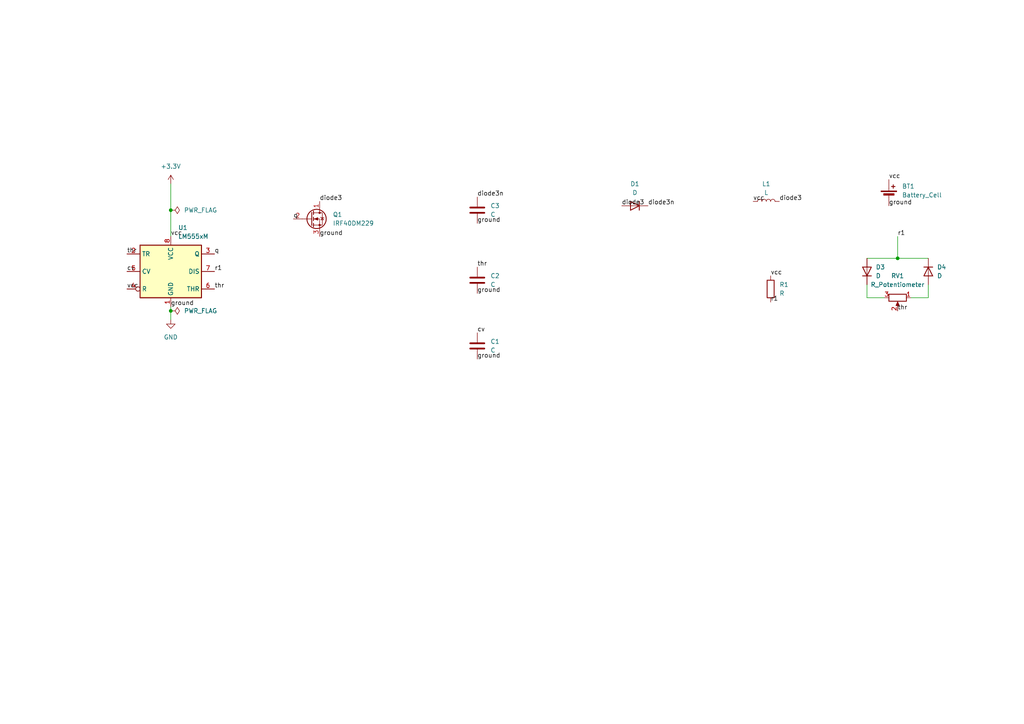
<source format=kicad_sch>
(kicad_sch (version 20250114) (generator "eeschema") (generator_version "9.0")
  (paper "A4")
  (lib_symbols
    (symbol "Device:Battery_Cell" (pin_numbers (hide yes)) (pin_names (offset 0) (hide yes))
      (property "Reference" "BT" (at 2.54 2.54 0))
      (property "Value" "Battery_Cell" (at 2.54 0 0))
      (symbol "Battery_Cell_0_1"
        (rectangle (start -2.286 1.778) (end 2.286 1.524) (fill (type outline)))
        (rectangle (start -1.524 1.016) (end 1.524 0.508) (fill (type outline)))
        (polyline (pts (xy 0 1.778) (xy 0 2.54)))
        (polyline (pts (xy 0 0.762) (xy 0 0)))
        (polyline (pts (xy 0.762 3.048) (xy 1.778 3.048)) (stroke (width 0.254)))
        (polyline (pts (xy 1.27 3.556) (xy 1.27 2.54)) (stroke (width 0.254)))
      )
      (symbol "Battery_Cell_1_1"
        (pin passive line (at 0 5.08 270) (length 2.54) (name "+") (number "1"))
        (pin passive line (at 0 -2.54 90) (length 2.54) (name "-") (number "2"))
      )
    )
    (symbol "Device:C" (pin_numbers (hide yes)) (pin_names (offset 0.254))
      (property "Reference" "C" (at 0.635 2.54 0))
      (property "Value" "C" (at 0.635 -2.54 0))
      (symbol "C_0_1"
        (polyline (pts (xy -2.032 0.762) (xy 2.032 0.762)) (stroke (width 0.508)))
        (polyline (pts (xy -2.032 -0.762) (xy 2.032 -0.762)) (stroke (width 0.508)))
      )
      (symbol "C_1_1"
        (pin passive line (at 0 3.81 270) (length 2.794) (name "~") (number "1"))
        (pin passive line (at 0 -3.81 90) (length 2.794) (name "~") (number "2"))
      )
    )
    (symbol "Device:D" (pin_numbers (hide yes)) (pin_names (offset 1.016) (hide yes))
      (property "Reference" "D" (at 0 2.54 0))
      (property "Value" "D" (at 0 -2.54 0))
      (symbol "D_0_1"
        (polyline (pts (xy -1.27 1.27) (xy -1.27 -1.27)) (stroke (width 0.254)))
        (polyline (pts (xy 1.27 1.27) (xy 1.27 -1.27) (xy -1.27 0) (xy 1.27 1.27)) (stroke (width 0.254)))
        (polyline (pts (xy 1.27 0) (xy -1.27 0)))
      )
      (symbol "D_1_1"
        (pin passive line (at -3.81 0 0) (length 2.54) (name "K") (number "1"))
        (pin passive line (at 3.81 0 180) (length 2.54) (name "A") (number "2"))
      )
    )
    (symbol "Device:L" (pin_numbers (hide yes)) (pin_names (offset 1.016) (hide yes))
      (property "Reference" "L" (at -1.27 0 90))
      (property "Value" "L" (at 1.905 0 90))
      (symbol "L_0_1"
        (arc (start 0 2.54) (mid 0.6323 1.905) (end 0 1.27))
        (arc (start 0 1.27) (mid 0.6323 0.635) (end 0 0))
        (arc (start 0 0) (mid 0.6323 -0.635) (end 0 -1.27))
        (arc (start 0 -1.27) (mid 0.6323 -1.905) (end 0 -2.54))
      )
      (symbol "L_1_1"
        (pin passive line (at 0 3.81 270) (length 1.27) (name "1") (number "1"))
        (pin passive line (at 0 -3.81 90) (length 1.27) (name "2") (number "2"))
      )
    )
    (symbol "Device:R" (pin_numbers (hide yes)) (pin_names (offset 0))
      (property "Reference" "R" (at 2.032 0 90))
      (property "Value" "R" (at 0 0 90))
      (symbol "R_0_1"
        (rectangle (start -1.016 -2.54) (end 1.016 2.54) (stroke (width 0.254)))
      )
      (symbol "R_1_1"
        (pin passive line (at 0 3.81 270) (length 1.27) (name "~") (number "1"))
        (pin passive line (at 0 -3.81 90) (length 1.27) (name "~") (number "2"))
      )
    )
    (symbol "Device:R_Potentiometer" (pin_names (offset 1.016) (hide yes))
      (property "Reference" "RV" (at -4.445 0 90))
      (property "Value" "R_Potentiometer" (at -2.54 0 90))
      (symbol "R_Potentiometer_0_1"
        (rectangle (start 1.016 2.54) (end -1.016 -2.54) (stroke (width 0.254)))
        (polyline (pts (xy 1.143 0) (xy 2.286 0.508) (xy 2.286 -0.508) (xy 1.143 0)) (fill (type outline)))
        (polyline (pts (xy 2.54 0) (xy 1.524 0)))
      )
      (symbol "R_Potentiometer_1_1"
        (pin passive line (at 0 3.81 270) (length 1.27) (name "1") (number "1"))
        (pin passive line (at 0 -3.81 90) (length 1.27) (name "3") (number "3"))
        (pin passive line (at 3.81 0 180) (length 1.27) (name "2") (number "2"))
      )
    )
    (symbol "Timer:LM555xM"
      (property "Reference" "U" (at -10.16 8.89 0))
      (property "Value" "LM555xM" (at 2.54 8.89 0))
      (symbol "LM555xM_0_0"
        (pin power_in line (at 0 10.16 270) (length 2.54) (name "VCC") (number "8"))
        (pin power_in line (at 0 -10.16 90) (length 2.54) (name "GND") (number "1"))
      )
      (symbol "LM555xM_0_1"
        (rectangle (start -8.89 -7.62) (end 8.89 7.62) (stroke (width 0.254)) (fill (type background)))
        (rectangle (start -8.89 -7.62) (end 8.89 7.62) (stroke (width 0.254)) (fill (type background)))
      )
      (symbol "LM555xM_1_1"
        (pin input line (at -12.7 5.08 0) (length 3.81) (name "TR") (number "2"))
        (pin input line (at -12.7 0 0) (length 3.81) (name "CV") (number "5"))
        (pin input inverted (at -12.7 -5.08 0) (length 3.81) (name "R") (number "4"))
        (pin output line (at 12.7 5.08 180) (length 3.81) (name "Q") (number "3"))
        (pin input line (at 12.7 0 180) (length 3.81) (name "DIS") (number "7"))
        (pin input line (at 12.7 -5.08 180) (length 3.81) (name "THR") (number "6"))
      )
    )
    (symbol "Transistor_FET:IRF40DM229" (pin_names (hide yes))
      (property "Reference" "Q" (at 5.08 1.905 0))
      (property "Value" "IRF40DM229" (at 5.08 0 0))
      (symbol "IRF40DM229_0_1"
        (polyline (pts (xy 0.254 1.905) (xy 0.254 -1.905)) (stroke (width 0.254)))
        (polyline (pts (xy 0.254 0) (xy -2.54 0)))
        (polyline (pts (xy 0.762 2.286) (xy 0.762 1.27)) (stroke (width 0.254)))
        (polyline (pts (xy 0.762 0.508) (xy 0.762 -0.508)) (stroke (width 0.254)))
        (polyline (pts (xy 0.762 -1.27) (xy 0.762 -2.286)) (stroke (width 0.254)))
        (polyline (pts (xy 0.762 -1.778) (xy 3.302 -1.778) (xy 3.302 1.778) (xy 0.762 1.778)))
        (polyline (pts (xy 1.016 0) (xy 2.032 0.381) (xy 2.032 -0.381) (xy 1.016 0)) (fill (type outline)))
        (circle (center 1.651 0) (radius 2.794) (stroke (width 0.254)))
        (polyline (pts (xy 2.54 2.54) (xy 2.54 1.778)))
        (circle (center 2.54 1.778) (radius 0.254) (fill (type outline)))
        (circle (center 2.54 -1.778) (radius 0.254) (fill (type outline)))
        (polyline (pts (xy 2.54 -2.54) (xy 2.54 0) (xy 0.762 0)))
        (polyline (pts (xy 2.794 0.508) (xy 2.921 0.381) (xy 3.683 0.381) (xy 3.81 0.254)))
        (polyline (pts (xy 3.302 0.381) (xy 2.921 -0.254) (xy 3.683 -0.254) (xy 3.302 0.381)))
      )
      (symbol "IRF40DM229_1_1"
        (pin input line (at -5.08 0 0) (length 2.54) (name "G") (number "2"))
        (pin passive line (at 2.54 5.08 270) (length 2.54) (name "D") (number "1"))
        (pin passive line (at 2.54 -5.08 90) (length 2.54) (name "S") (number "3"))
      )
    )
    (symbol "power:+3.3V" (power) (pin_numbers (hide yes)) (pin_names (offset 0) (hide yes))
      (property "Value" "+3.3V" (at 0 3.556 0))
      (symbol "+3.3V_0_1"
        (polyline (pts (xy -0.762 1.27) (xy 0 2.54)))
        (polyline (pts (xy 0 2.54) (xy 0.762 1.27)))
        (polyline (pts (xy 0 0) (xy 0 2.54)))
      )
      (symbol "+3.3V_1_1"
        (pin power_in line (at 0 0 90) (length 0) (name "~") (number "1"))
      )
    )
    (symbol "power:GND" (power) (pin_numbers (hide yes)) (pin_names (offset 0) (hide yes))
      (property "Value" "GND" (at 0 -3.81 0))
      (symbol "GND_0_1"
        (polyline (pts (xy 0 0) (xy 0 -1.27) (xy 1.27 -1.27) (xy 0 -2.54) (xy -1.27 -1.27) (xy 0 -1.27)))
      )
      (symbol "GND_1_1"
        (pin power_in line (at 0 0 270) (length 0) (name "~") (number "1"))
      )
    )
    (symbol "power:PWR_FLAG" (power) (pin_numbers (hide yes)) (pin_names (offset 0) (hide yes))
      (property "Value" "PWR_FLAG" (at 0 3.81 0))
      (symbol "PWR_FLAG_0_0"
        (pin power_out line (at 0 0 90) (length 0) (name "~") (number "1"))
      )
      (symbol "PWR_FLAG_0_1"
        (polyline (pts (xy 0 0) (xy 0 1.27) (xy -1.016 1.905) (xy 0 2.54) (xy 1.016 1.905) (xy 0 1.27)))
      )
    )
  )
  (junction (at 49.53 60.96))
  (junction (at 49.53 90.17))
  (junction (at 260.35 74.93))
  (wire (pts (xy 49.53 90.17) (xy 49.53 92.71)))
  (wire (pts (xy 49.53 60.96) (xy 49.53 68.58)))
  (wire (pts (xy 260.35 74.93) (xy 269.24 74.93)))
  (wire (pts (xy 251.46 86.36) (xy 256.54 86.36)))
  (wire (pts (xy 251.46 74.93) (xy 260.35 74.93)))
  (wire (pts (xy 260.35 68.58) (xy 260.35 74.93)))
  (wire (pts (xy 49.53 53.34) (xy 49.53 60.96)))
  (wire (pts (xy 264.16 86.36) (xy 269.24 86.36)))
  (wire (pts (xy 269.24 86.36) (xy 269.24 82.55)))
  (wire (pts (xy 49.53 88.9) (xy 49.53 90.17)))
  (wire (pts (xy 251.46 82.55) (xy 251.46 86.36)))
  (label "ground" (at 49.53 88.9 0))
  (label "r1" (at 260.35 68.58 0))
  (label "r1" (at 223.52 87.63 0))
  (label "vcc" (at 257.81 52.07 0))
  (label "r1" (at 62.23 78.74 0))
  (label "q" (at 85.09 63.5 0))
  (label "cv" (at 36.83 78.74 0))
  (label "vcc" (at 49.53 68.58 0))
  (label "thr" (at 260.35 90.17 0))
  (label "diode3" (at 92.71 58.42 0))
  (label "cv" (at 138.43 96.52 0))
  (label "ground" (at 138.43 104.14 0))
  (label "ground" (at 138.43 64.77 0))
  (label "ground" (at 92.71 68.58 0))
  (label "ground" (at 138.43 85.09 0))
  (label "thr" (at 36.83 73.66 0))
  (label "vcc" (at 36.83 83.82 0))
  (label "q" (at 62.23 73.66 0))
  (label "diode3" (at 180.34 59.69 0))
  (label "ground" (at 257.81 59.69 0))
  (label "thr" (at 62.23 83.82 0))
  (label "diode3" (at 226.06 58.42 0))
  (label "thr" (at 138.43 77.47 0))
  (label "vcc" (at 223.52 80.01 0))
  (label "vcc" (at 218.44 58.42 0))
  (label "diode3n" (at 187.96 59.69 0))
  (label "diode3n" (at 138.43 57.15 0))
  (symbol (lib_id "Device:R") (at 223.52 83.82 0) (unit 1)
    (property "Reference" "R1" (at 226.06 82.5499 0) (effects (justify left)))
    (property "Value" "R" (at 226.06 85.0899 0) (effects (justify left)))
    (property "Footprint" "Resistor_SMD:R_0612_1632Metric" (effects (hide yes)))
    (property "Description" "Resistor" (effects (hide yes)))
  )
  (symbol (lib_id "Device:R_Potentiometer") (at 260.35 86.36 270) (unit 1)
    (property "Reference" "RV1" (at 260.35 80.01 90))
    (property "Value" "R_Potentiometer" (at 260.35 82.55 90))
    (property "Footprint" "Potentiometer_THT:Potentiometer_Piher_PT-15-V15_Vertical_Hole" (effects (hide yes)))
    (property "Description" "Potentiometer" (effects (hide yes)))
  )
  (symbol (lib_id "Device:D") (at 269.24 78.74 270) (unit 1)
    (property "Reference" "D4" (at 271.78 77.4699 90) (effects (justify left)))
    (property "Value" "D" (at 271.78 80.0099 90) (effects (justify left)))
    (property "Footprint" "Diode_THT:D_5KP_P10.16mm_Horizontal" (effects (hide yes)))
    (property "Description" "Diode" (effects (hide yes)))
    (property "Sim.Device" "D" (effects (hide yes)))
    (property "Sim.Pins" "1=K 2=A" (effects (hide yes)))
  )
  (symbol (lib_id "Device:Battery_Cell") (at 257.81 57.15 0) (unit 1)
    (property "Reference" "BT1" (at 261.62 54.0384 0) (effects (justify left)))
    (property "Value" "Battery_Cell" (at 261.62 56.5784 0) (effects (justify left)))
    (property "Footprint" "Battery:BatteryHolder_Keystone_107_1x23mm" (effects (hide yes)))
    (property "Description" "Single-cell battery" (effects (hide yes)))
  )
  (symbol (lib_id "Transistor_FET:IRF40DM229") (at 90.17 63.5 0) (unit 1)
    (property "Reference" "Q1" (at 96.52 62.2299 0) (effects (justify left)))
    (property "Value" "IRF40DM229" (at 96.52 64.7699 0) (effects (justify left)))
    (property "Footprint" "Package_DirectFET:DirectFET_MF" (effects (hide yes)))
    (property "Datasheet" "https://www.infineon.com/dgdl/Infineon-IRF40DM229-DS-v02_00-EN.pdf?fileId=5546d462557e6e890155a15c899160ea" (effects (hide yes)))
    (property "Description" "159A Id, 40V Vds, 1.85mOhm Rds, N-Channel MOSFET, DirectFET MF" (effects (hide yes)))
  )
  (symbol (lib_id "power:+3.3V") (at 49.53 53.34 0) (unit 1)
    (property "Reference" "#PWR03" (effects (hide yes)))
    (property "Value" "+3.3V" (at 49.53 48.26 0))
    (property "Description" "Power symbol creates a global label with name \"+3.3V\"" (effects (hide yes)))
  )
  (symbol (lib_id "power:GND") (at 49.53 92.71 0) (unit 1)
    (property "Reference" "#PWR01" (effects (hide yes)))
    (property "Value" "GND" (at 49.53 97.79 0))
    (property "Description" "Power symbol creates a global label with name \"GND\" , ground" (effects (hide yes)))
  )
  (symbol (lib_id "Device:L") (at 222.25 58.42 90) (unit 1)
    (property "Reference" "L1" (at 222.25 53.34 90))
    (property "Value" "L" (at 222.25 55.88 90))
    (property "Footprint" "Inductor_THT:L_Axial_L16.0mm_D9.5mm_P20.32mm_Horizontal_Vishay_IM-10-37" (effects (hide yes)))
    (property "Description" "Inductor" (effects (hide yes)))
  )
  (symbol (lib_id "Device:C") (at 138.43 100.33 0) (unit 1)
    (property "Reference" "C1" (at 142.24 99.0599 0) (effects (justify left)))
    (property "Value" "C" (at 142.24 101.5999 0) (effects (justify left)))
    (property "Footprint" "Capacitor_THT:C_Axial_L3.8mm_D2.6mm_P15.00mm_Horizontal" (effects (hide yes)))
    (property "Description" "Unpolarized capacitor" (effects (hide yes)))
  )
  (symbol (lib_id "Device:D") (at 184.15 59.69 180) (unit 1)
    (property "Reference" "D1" (at 184.15 53.34 0))
    (property "Value" "D" (at 184.15 55.88 0))
    (property "Footprint" "Diode_THT:D_5KP_P10.16mm_Horizontal" (effects (hide yes)))
    (property "Description" "Diode" (effects (hide yes)))
    (property "Sim.Device" "D" (effects (hide yes)))
    (property "Sim.Pins" "1=K 2=A" (effects (hide yes)))
  )
  (symbol (lib_id "power:PWR_FLAG") (at 49.53 90.17 270) (unit 1)
    (property "Reference" "#FLG01" (effects (hide yes)))
    (property "Value" "PWR_FLAG" (at 53.34 90.1699 90) (effects (justify left)))
    (property "Description" "Special symbol for telling ERC where power comes from" (effects (hide yes)))
  )
  (symbol (lib_id "Device:C") (at 138.43 81.28 0) (unit 1)
    (property "Reference" "C2" (at 142.24 80.0099 0) (effects (justify left)))
    (property "Value" "C" (at 142.24 82.5499 0) (effects (justify left)))
    (property "Footprint" "Capacitor_THT:C_Axial_L3.8mm_D2.6mm_P15.00mm_Horizontal" (effects (hide yes)))
    (property "Description" "Unpolarized capacitor" (effects (hide yes)))
  )
  (symbol (lib_id "power:PWR_FLAG") (at 49.53 60.96 270) (unit 1)
    (property "Reference" "#FLG02" (effects (hide yes)))
    (property "Value" "PWR_FLAG" (at 53.34 60.9599 90) (effects (justify left)))
    (property "Description" "Special symbol for telling ERC where power comes from" (effects (hide yes)))
  )
  (symbol (lib_id "Timer:LM555xM") (at 49.53 78.74 0) (unit 1)
    (property "Reference" "U1" (at 51.6733 66.04 0) (effects (justify left)))
    (property "Value" "LM555xM" (at 51.6733 68.58 0) (effects (justify left)))
    (property "Footprint" "Package_SO:SOIC-8_3.9x4.9mm_P1.27mm" (effects (hide yes)))
    (property "Datasheet" "http://www.ti.com/lit/ds/symlink/lm555.pdf" (effects (hide yes)))
    (property "Description" "Timer, 555 compatible, SOIC-8" (effects (hide yes)))
  )
  (symbol (lib_id "Device:C") (at 138.43 60.96 0) (unit 1)
    (property "Reference" "C3" (at 142.24 59.6899 0) (effects (justify left)))
    (property "Value" "C" (at 142.24 62.2299 0) (effects (justify left)))
    (property "Footprint" "Capacitor_THT:C_Axial_L3.8mm_D2.6mm_P15.00mm_Horizontal" (effects (hide yes)))
    (property "Description" "Unpolarized capacitor" (effects (hide yes)))
  )
  (symbol (lib_id "Device:D") (at 251.46 78.74 90) (unit 1)
    (property "Reference" "D3" (at 254 77.4699 90) (effects (justify right)))
    (property "Value" "D" (at 254 80.0099 90) (effects (justify right)))
    (property "Footprint" "Diode_THT:D_5KP_P10.16mm_Horizontal" (effects (hide yes)))
    (property "Description" "Diode" (effects (hide yes)))
    (property "Sim.Device" "D" (effects (hide yes)))
    (property "Sim.Pins" "1=K 2=A" (effects (hide yes)))
  )
)
</source>
